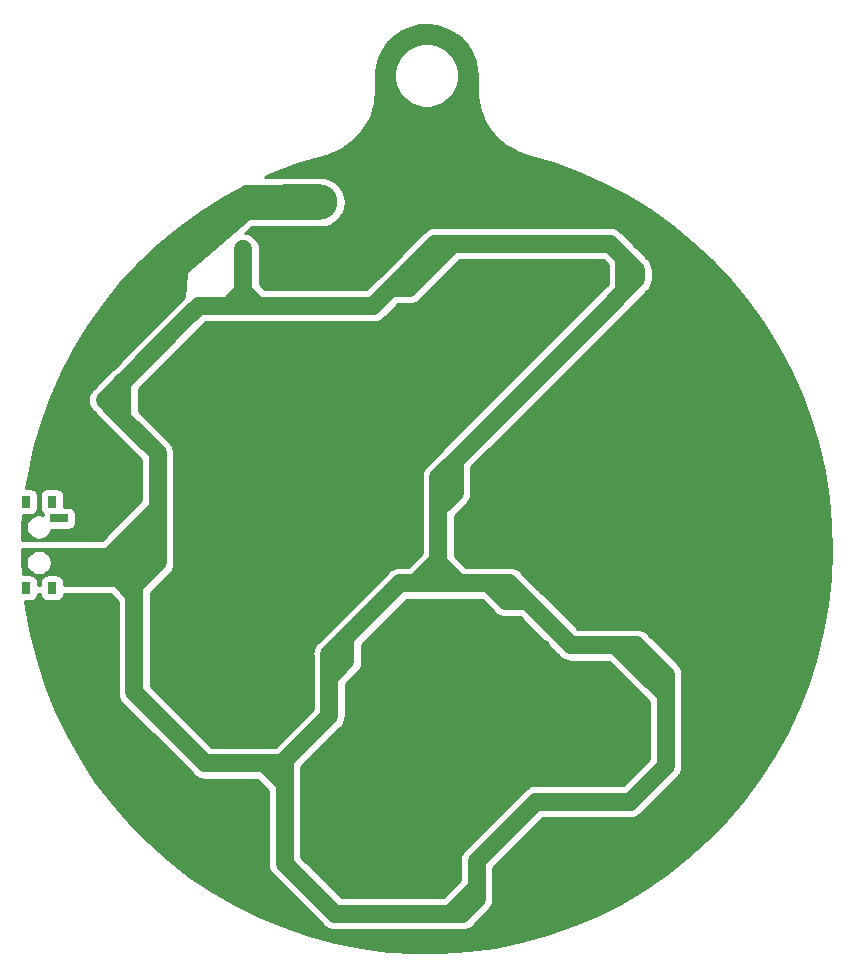
<source format=gbr>
%TF.GenerationSoftware,KiCad,Pcbnew,(5.1.10)-1*%
%TF.CreationDate,2021-10-17T17:11:57+02:00*%
%TF.ProjectId,TVZ_kuglica,54565a5f-6b75-4676-9c69-63612e6b6963,rev?*%
%TF.SameCoordinates,Original*%
%TF.FileFunction,Copper,L2,Bot*%
%TF.FilePolarity,Positive*%
%FSLAX46Y46*%
G04 Gerber Fmt 4.6, Leading zero omitted, Abs format (unit mm)*
G04 Created by KiCad (PCBNEW (5.1.10)-1) date 2021-10-17 17:11:57*
%MOMM*%
%LPD*%
G01*
G04 APERTURE LIST*
%TA.AperFunction,SMDPad,CuDef*%
%ADD10O,6.000000X3.000000*%
%TD*%
%TA.AperFunction,SMDPad,CuDef*%
%ADD11R,1.500000X0.700000*%
%TD*%
%TA.AperFunction,SMDPad,CuDef*%
%ADD12R,0.800000X1.000000*%
%TD*%
%TA.AperFunction,ViaPad*%
%ADD13C,0.800000*%
%TD*%
%TA.AperFunction,Conductor*%
%ADD14C,1.524000*%
%TD*%
%TA.AperFunction,Conductor*%
%ADD15C,0.762000*%
%TD*%
%TA.AperFunction,Conductor*%
%ADD16C,0.254000*%
%TD*%
%TA.AperFunction,Conductor*%
%ADD17C,0.100000*%
%TD*%
G04 APERTURE END LIST*
D10*
%TO.P,BT1,1*%
%TO.N,VCC*%
X126500000Y-70750000D03*
%TO.P,BT1,2*%
%TO.N,GND*%
X145500000Y-70750000D03*
%TD*%
D11*
%TO.P,SW1,1*%
%TO.N,Net-(D1-Pad1)*%
X105930000Y-102000000D03*
%TO.P,SW1,2*%
%TO.N,VCC*%
X105930000Y-99000000D03*
%TO.P,SW1,3*%
%TO.N,Net-(SW1-Pad3)*%
X105930000Y-97500000D03*
D12*
%TO.P,SW1,*%
%TO.N,*%
X103070000Y-103400000D03*
X103070000Y-96100000D03*
X105280000Y-96100000D03*
X105280000Y-103400000D03*
%TD*%
D13*
%TO.N,Net-(D1-Pad1)*%
X144000000Y-103000000D03*
X157250000Y-110750000D03*
X141250000Y-129750000D03*
X109750000Y-87500000D03*
X121500000Y-74750000D03*
X135500000Y-76500000D03*
X154750000Y-76500000D03*
X128750000Y-109000000D03*
X114250000Y-101250000D03*
X115000000Y-115000000D03*
X125000000Y-126750000D03*
X138000000Y-94000000D03*
%TO.N,GND*%
X118500000Y-126000000D03*
X134750000Y-125750000D03*
X135000000Y-133000000D03*
X145250000Y-126250000D03*
X153750000Y-127750000D03*
X149500000Y-78750000D03*
X130750000Y-73250000D03*
X120250000Y-84000000D03*
X126250000Y-93250000D03*
X120250000Y-105250000D03*
X128250000Y-104000000D03*
X108000000Y-107250000D03*
X118000000Y-110250000D03*
X138000000Y-112250000D03*
X146500000Y-115500000D03*
X147000000Y-108250000D03*
X165000000Y-105250000D03*
X161250000Y-117250000D03*
X155250000Y-97750000D03*
X157750000Y-90000000D03*
X142000000Y-94000000D03*
X161250000Y-110750000D03*
X132750000Y-109000000D03*
X148000000Y-103000000D03*
X119000000Y-115000000D03*
X118250000Y-101250000D03*
X145250000Y-129750000D03*
X113750000Y-87500000D03*
X139500000Y-76500000D03*
X158750000Y-76500000D03*
X125500000Y-74750000D03*
X129000000Y-126750000D03*
%TD*%
D14*
%TO.N,Net-(D1-Pad1)*%
X115000000Y-115000000D02*
X112250000Y-112250000D01*
X112250000Y-112250000D02*
X112250000Y-103250000D01*
X112250000Y-103250000D02*
X114250000Y-101250000D01*
X114250000Y-95250000D02*
X114250000Y-92000000D01*
X111250000Y-86000000D02*
X111375000Y-85875000D01*
X111375000Y-85875000D02*
X116750000Y-80500000D01*
X109750000Y-87500000D02*
X111375000Y-85875000D01*
X111250000Y-89000000D02*
X111250000Y-86000000D01*
X114250000Y-92000000D02*
X111250000Y-89000000D01*
X111250000Y-89000000D02*
X109750000Y-87500000D01*
X145500000Y-104500000D02*
X143750000Y-104500000D01*
X143750000Y-104500000D02*
X142250000Y-103000000D01*
X144000000Y-103000000D02*
X142250000Y-103000000D01*
X145500000Y-104500000D02*
X144000000Y-103000000D01*
X128750000Y-114250000D02*
X124750000Y-118250000D01*
X118250000Y-118250000D02*
X115000000Y-115000000D01*
X130125000Y-109625000D02*
X128750000Y-111000000D01*
X128750000Y-111000000D02*
X128750000Y-114250000D01*
X128750000Y-109000000D02*
X128750000Y-111000000D01*
X134750000Y-103000000D02*
X130125000Y-107625000D01*
X130125000Y-107625000D02*
X130125000Y-109625000D01*
X130125000Y-107625000D02*
X128750000Y-109000000D01*
X117750000Y-79500000D02*
X116750000Y-80500000D01*
X119500000Y-79500000D02*
X119000000Y-79500000D01*
X117750000Y-79500000D02*
X119500000Y-79500000D01*
X141250000Y-126500000D02*
X146250000Y-121500000D01*
X146250000Y-121500000D02*
X154250000Y-121500000D01*
X154250000Y-121500000D02*
X157250000Y-118500000D01*
X157250000Y-112500000D02*
X157250000Y-110750000D01*
X157250000Y-118500000D02*
X157250000Y-112500000D01*
X157250000Y-110750000D02*
X154750000Y-108250000D01*
X149250000Y-108250000D02*
X147750000Y-106750000D01*
X147750000Y-106750000D02*
X145500000Y-104500000D01*
X157250000Y-112500000D02*
X153000000Y-108250000D01*
X153000000Y-108250000D02*
X149250000Y-108250000D01*
X154750000Y-108250000D02*
X153000000Y-108250000D01*
X112250000Y-101250000D02*
X114250000Y-99250000D01*
X112250000Y-103250000D02*
X112250000Y-101250000D01*
X114250000Y-99250000D02*
X114250000Y-95250000D01*
X114250000Y-101250000D02*
X114250000Y-99250000D01*
X125000000Y-118500000D02*
X124750000Y-118250000D01*
X123250000Y-118250000D02*
X125000000Y-120000000D01*
X125000000Y-120000000D02*
X125000000Y-118500000D01*
X124750000Y-118250000D02*
X123250000Y-118250000D01*
X125000000Y-126750000D02*
X125000000Y-120000000D01*
X123250000Y-118250000D02*
X118250000Y-118250000D01*
X141250000Y-129750000D02*
X140000000Y-131000000D01*
X129250000Y-131000000D02*
X125000000Y-126750000D01*
X138750000Y-131000000D02*
X139000000Y-131000000D01*
X139000000Y-131000000D02*
X141250000Y-128750000D01*
X141250000Y-128750000D02*
X141250000Y-126500000D01*
X141250000Y-129750000D02*
X141250000Y-128750000D01*
X140000000Y-131000000D02*
X138750000Y-131000000D01*
X138750000Y-131000000D02*
X129250000Y-131000000D01*
X121500000Y-79250000D02*
X121750000Y-79500000D01*
X119500000Y-79500000D02*
X121750000Y-79500000D01*
X119500000Y-79500000D02*
X120250000Y-79500000D01*
X121500000Y-78250000D02*
X121500000Y-79250000D01*
X120250000Y-79500000D02*
X121500000Y-78250000D01*
X121500000Y-74750000D02*
X121500000Y-78250000D01*
X121500000Y-78250000D02*
X122750000Y-79500000D01*
X122750000Y-79500000D02*
X127250000Y-79500000D01*
X121750000Y-79500000D02*
X122750000Y-79500000D01*
X138000000Y-102750000D02*
X137750000Y-103000000D01*
X138000000Y-100500000D02*
X138000000Y-101000000D01*
X136000000Y-103000000D02*
X134750000Y-103000000D01*
X138000000Y-101000000D02*
X136000000Y-103000000D01*
X137750000Y-103000000D02*
X136000000Y-103000000D01*
X139750000Y-103000000D02*
X138000000Y-101250000D01*
X138000000Y-101250000D02*
X138000000Y-102750000D01*
X140500000Y-103000000D02*
X139750000Y-103000000D01*
X138000000Y-100500000D02*
X138000000Y-101250000D01*
X142250000Y-103000000D02*
X140500000Y-103000000D01*
X140500000Y-103000000D02*
X137750000Y-103000000D01*
X139375000Y-92625000D02*
X139375000Y-95375000D01*
X138000000Y-96750000D02*
X138000000Y-100500000D01*
X139375000Y-95375000D02*
X138000000Y-96750000D01*
X138000000Y-94000000D02*
X138000000Y-96750000D01*
X152500000Y-79500000D02*
X139375000Y-92625000D01*
X139375000Y-92625000D02*
X138000000Y-94000000D01*
X127250000Y-79500000D02*
X132500000Y-79500000D01*
X135500000Y-76500000D02*
X137750000Y-74250000D01*
X137750000Y-74250000D02*
X139250000Y-74250000D01*
X132500000Y-79500000D02*
X134000000Y-78000000D01*
X135500000Y-78000000D02*
X139250000Y-74250000D01*
X134000000Y-78000000D02*
X135500000Y-78000000D01*
X134000000Y-78000000D02*
X135500000Y-76500000D01*
X139250000Y-74250000D02*
X152500000Y-74250000D01*
X154750000Y-76500000D02*
X154750000Y-77250000D01*
X153750000Y-78250000D02*
X153500000Y-78500000D01*
X153750000Y-75500000D02*
X153750000Y-78250000D01*
X153500000Y-78500000D02*
X152500000Y-79500000D01*
X154750000Y-77250000D02*
X153500000Y-78500000D01*
X152500000Y-74250000D02*
X153750000Y-75500000D01*
X153750000Y-75500000D02*
X154750000Y-76500000D01*
D15*
%TO.N,VCC*%
X105930000Y-99000000D02*
X108750000Y-99000000D01*
X108750000Y-99000000D02*
X109750000Y-98000000D01*
X109750000Y-98000000D02*
X109750000Y-94000000D01*
X109750000Y-94000000D02*
X107250000Y-91500000D01*
X107250000Y-91500000D02*
X107250000Y-86000000D01*
X107250000Y-86000000D02*
X113500000Y-79750000D01*
X113500000Y-79750000D02*
X113500000Y-77000000D01*
X119750000Y-70750000D02*
X126500000Y-70750000D01*
X113500000Y-77000000D02*
X119750000Y-70750000D01*
%TD*%
D16*
%TO.N,GND*%
X137886138Y-55831059D02*
X138610388Y-56053867D01*
X139283738Y-56401409D01*
X139884901Y-56862699D01*
X140394872Y-57423149D01*
X140797540Y-58065057D01*
X141080170Y-58768122D01*
X141236190Y-59521513D01*
X141265000Y-60021169D01*
X141265001Y-61306272D01*
X141266298Y-61319440D01*
X141278413Y-61656049D01*
X141278863Y-61659632D01*
X141278707Y-61663242D01*
X141287438Y-61747410D01*
X141429908Y-62624862D01*
X141435629Y-62647269D01*
X141438736Y-62670183D01*
X141462234Y-62751474D01*
X141757835Y-63589830D01*
X141767433Y-63610870D01*
X141774549Y-63632871D01*
X141812059Y-63708691D01*
X141812071Y-63708717D01*
X141812077Y-63708725D01*
X142251461Y-64481476D01*
X142264630Y-64500478D01*
X142275533Y-64520879D01*
X142325894Y-64588881D01*
X142895182Y-65271616D01*
X142911512Y-65287990D01*
X142925851Y-65306132D01*
X142987458Y-65364142D01*
X143668651Y-65935276D01*
X143687625Y-65948502D01*
X143704950Y-65963817D01*
X143775855Y-66010000D01*
X144547423Y-66451478D01*
X144568436Y-66461133D01*
X144588200Y-66473139D01*
X144666163Y-66506036D01*
X145503715Y-66803905D01*
X145508021Y-66805017D01*
X145525587Y-66811299D01*
X145542755Y-66816572D01*
X147746053Y-67464098D01*
X149878711Y-68247813D01*
X151954729Y-69171140D01*
X153965017Y-70230036D01*
X155900673Y-71419812D01*
X157753239Y-72735268D01*
X159514561Y-74170616D01*
X161176886Y-75719540D01*
X162732884Y-77375207D01*
X164175738Y-79130360D01*
X165499106Y-80977290D01*
X166697162Y-82907865D01*
X167764630Y-84913581D01*
X168696830Y-86985643D01*
X169489658Y-89114933D01*
X170139624Y-91292080D01*
X170643873Y-93507517D01*
X171000188Y-95751501D01*
X171207004Y-98014175D01*
X171263407Y-100285560D01*
X171169153Y-102555700D01*
X170924654Y-104814605D01*
X170530986Y-107052337D01*
X169989882Y-109259064D01*
X169303718Y-111425077D01*
X168475512Y-113540851D01*
X167508906Y-115597090D01*
X166408155Y-117584736D01*
X165178083Y-119495080D01*
X163824120Y-121319689D01*
X162352204Y-123050560D01*
X160768823Y-124680064D01*
X159080926Y-126201055D01*
X157295931Y-127606843D01*
X155421695Y-128891239D01*
X153466456Y-130048599D01*
X151438820Y-131073832D01*
X149347702Y-131962428D01*
X147202263Y-132710493D01*
X145011999Y-133314718D01*
X142786467Y-133772464D01*
X140535523Y-134081705D01*
X138269022Y-134241089D01*
X135996953Y-134249911D01*
X133729262Y-134108134D01*
X131475992Y-133816385D01*
X129246983Y-133375938D01*
X127052076Y-132788738D01*
X124900917Y-132057366D01*
X122802939Y-131185029D01*
X120767401Y-130175574D01*
X118803237Y-129033435D01*
X116919085Y-127763634D01*
X115123223Y-126371749D01*
X113423564Y-124863914D01*
X111827572Y-123246751D01*
X110342263Y-121527368D01*
X108974171Y-119713331D01*
X107729304Y-117812605D01*
X106613144Y-115833557D01*
X105630601Y-113784897D01*
X104785986Y-111675609D01*
X104083026Y-109515005D01*
X103524797Y-107312547D01*
X103113763Y-105077935D01*
X103051083Y-104538072D01*
X103470000Y-104538072D01*
X103594482Y-104525812D01*
X103714180Y-104489502D01*
X103824494Y-104430537D01*
X103921185Y-104351185D01*
X104000537Y-104254494D01*
X104059502Y-104144180D01*
X104095812Y-104024482D01*
X104108072Y-103900000D01*
X104108072Y-103885000D01*
X104241928Y-103885000D01*
X104241928Y-103900000D01*
X104254188Y-104024482D01*
X104290498Y-104144180D01*
X104349463Y-104254494D01*
X104428815Y-104351185D01*
X104525506Y-104430537D01*
X104635820Y-104489502D01*
X104755518Y-104525812D01*
X104880000Y-104538072D01*
X105680000Y-104538072D01*
X105804482Y-104525812D01*
X105924180Y-104489502D01*
X106034494Y-104430537D01*
X106131185Y-104351185D01*
X106210537Y-104254494D01*
X106269502Y-104144180D01*
X106305812Y-104024482D01*
X106318072Y-103900000D01*
X106318072Y-103885000D01*
X110211858Y-103885000D01*
X110853001Y-104617735D01*
X110853000Y-112181375D01*
X110846241Y-112250000D01*
X110860387Y-112393622D01*
X110873214Y-112523859D01*
X110953096Y-112787194D01*
X111082817Y-113029886D01*
X111257392Y-113242607D01*
X111310704Y-113286359D01*
X114060696Y-116036353D01*
X114060707Y-116036362D01*
X117213645Y-119189302D01*
X117257392Y-119242608D01*
X117470113Y-119417183D01*
X117712805Y-119546904D01*
X117954215Y-119620135D01*
X117976140Y-119626786D01*
X118249999Y-119653759D01*
X118318624Y-119647000D01*
X122671345Y-119647000D01*
X123603001Y-120578657D01*
X123603000Y-126681375D01*
X123596241Y-126750000D01*
X123603000Y-126818624D01*
X123623214Y-127023859D01*
X123703096Y-127287194D01*
X123832817Y-127529886D01*
X124007392Y-127742607D01*
X124060705Y-127786360D01*
X128213641Y-131939297D01*
X128257392Y-131992608D01*
X128432381Y-132136217D01*
X128470113Y-132167183D01*
X128712804Y-132296904D01*
X128976140Y-132376786D01*
X129250000Y-132403759D01*
X129318625Y-132397000D01*
X138931375Y-132397000D01*
X139000000Y-132403759D01*
X139068625Y-132397000D01*
X139931375Y-132397000D01*
X140000000Y-132403759D01*
X140068625Y-132397000D01*
X140273860Y-132376786D01*
X140537195Y-132296904D01*
X140779887Y-132167183D01*
X140992608Y-131992608D01*
X141036364Y-131939292D01*
X142189301Y-130786355D01*
X142242607Y-130742608D01*
X142417183Y-130529887D01*
X142546904Y-130287195D01*
X142626786Y-130023860D01*
X142647000Y-129818625D01*
X142647000Y-129818624D01*
X142653759Y-129750000D01*
X142647000Y-129681375D01*
X142647000Y-128818633D01*
X142653760Y-128750000D01*
X142647000Y-128681368D01*
X142647000Y-127078655D01*
X146828656Y-122897000D01*
X154181375Y-122897000D01*
X154250000Y-122903759D01*
X154318625Y-122897000D01*
X154523860Y-122876786D01*
X154787195Y-122796904D01*
X155029887Y-122667183D01*
X155242608Y-122492608D01*
X155286364Y-122439291D01*
X158189303Y-119536353D01*
X158242607Y-119492608D01*
X158417183Y-119279887D01*
X158437109Y-119242608D01*
X158546904Y-119037196D01*
X158626786Y-118773860D01*
X158653759Y-118500000D01*
X158647000Y-118431375D01*
X158647000Y-112568624D01*
X158653759Y-112500000D01*
X158647000Y-112431375D01*
X158647000Y-110818625D01*
X158653759Y-110750000D01*
X158626786Y-110476140D01*
X158612106Y-110427746D01*
X158546904Y-110212805D01*
X158417183Y-109970113D01*
X158242608Y-109757392D01*
X158189296Y-109713641D01*
X155786364Y-107310709D01*
X155742608Y-107257392D01*
X155529887Y-107082817D01*
X155287195Y-106953096D01*
X155023860Y-106873214D01*
X154818625Y-106853000D01*
X154750000Y-106846241D01*
X154681375Y-106853000D01*
X153068625Y-106853000D01*
X153000000Y-106846241D01*
X152931375Y-106853000D01*
X149828656Y-106853000D01*
X148786357Y-105810702D01*
X148786353Y-105810697D01*
X146536364Y-103560709D01*
X146492608Y-103507392D01*
X146439302Y-103463645D01*
X145036363Y-102060708D01*
X144992608Y-102007392D01*
X144779887Y-101832817D01*
X144537195Y-101703096D01*
X144273860Y-101623214D01*
X144068625Y-101603000D01*
X144000000Y-101596241D01*
X143931375Y-101603000D01*
X142318625Y-101603000D01*
X142250000Y-101596241D01*
X142181375Y-101603000D01*
X140328656Y-101603000D01*
X139397000Y-100671345D01*
X139397000Y-97328655D01*
X140314296Y-96411360D01*
X140367608Y-96367608D01*
X140542183Y-96154887D01*
X140557054Y-96127066D01*
X140671904Y-95912196D01*
X140751786Y-95648860D01*
X140778759Y-95375000D01*
X140772000Y-95306375D01*
X140772000Y-93203655D01*
X153536353Y-80439303D01*
X153536357Y-80439298D01*
X154536353Y-79439303D01*
X154536356Y-79439299D01*
X154689295Y-79286361D01*
X154742608Y-79242608D01*
X154786363Y-79189293D01*
X155689296Y-78286360D01*
X155742608Y-78242608D01*
X155917183Y-78029887D01*
X156046904Y-77787195D01*
X156115611Y-77560698D01*
X156126786Y-77523860D01*
X156153759Y-77250000D01*
X156147000Y-77181375D01*
X156147000Y-76568632D01*
X156153760Y-76500000D01*
X156126786Y-76226140D01*
X156046904Y-75962804D01*
X155917183Y-75720113D01*
X155871276Y-75664175D01*
X155742607Y-75507392D01*
X155689301Y-75463645D01*
X154786359Y-74560704D01*
X154742607Y-74507392D01*
X154689301Y-74463645D01*
X153536364Y-73310708D01*
X153492608Y-73257392D01*
X153279887Y-73082817D01*
X153037195Y-72953096D01*
X152773860Y-72873214D01*
X152568625Y-72853000D01*
X152500000Y-72846241D01*
X152431375Y-72853000D01*
X139318625Y-72853000D01*
X139250000Y-72846241D01*
X139181375Y-72853000D01*
X137818632Y-72853000D01*
X137750000Y-72846240D01*
X137476140Y-72873214D01*
X137212804Y-72953096D01*
X136985492Y-73074597D01*
X136970113Y-73082817D01*
X136757392Y-73257392D01*
X136713641Y-73310704D01*
X134560707Y-75463638D01*
X134560696Y-75463647D01*
X133060708Y-76963637D01*
X133007392Y-77007392D01*
X132963645Y-77060698D01*
X131921344Y-78103000D01*
X123328656Y-78103000D01*
X122897000Y-77671345D01*
X122897000Y-74681375D01*
X122876786Y-74476140D01*
X122796904Y-74212805D01*
X122667183Y-73970113D01*
X122492607Y-73757392D01*
X122279886Y-73582817D01*
X122037194Y-73453096D01*
X121773859Y-73373214D01*
X121676506Y-73363625D01*
X122234902Y-72885000D01*
X128104882Y-72885000D01*
X128418533Y-72854108D01*
X128820982Y-72732026D01*
X129191881Y-72533777D01*
X129516977Y-72266977D01*
X129783777Y-71941881D01*
X129982026Y-71570982D01*
X130104108Y-71168533D01*
X130145330Y-70750000D01*
X130104108Y-70331467D01*
X129982026Y-69929018D01*
X129783777Y-69558119D01*
X129516977Y-69233023D01*
X129191881Y-68966223D01*
X128820982Y-68767974D01*
X128418533Y-68645892D01*
X128104882Y-68615000D01*
X123288837Y-68615000D01*
X123875077Y-68348792D01*
X126001593Y-67548534D01*
X128186747Y-66887862D01*
X128436510Y-66822338D01*
X128452528Y-66817563D01*
X128459226Y-66815987D01*
X128804024Y-66713600D01*
X128807380Y-66712269D01*
X128810916Y-66711517D01*
X128890228Y-66682021D01*
X129704199Y-66324712D01*
X129724464Y-66313571D01*
X129745874Y-66304834D01*
X129818696Y-66261767D01*
X129818710Y-66261759D01*
X129818715Y-66261755D01*
X130556543Y-65765956D01*
X130574511Y-65751406D01*
X130594041Y-65739012D01*
X130658097Y-65683720D01*
X131296470Y-65065093D01*
X131311582Y-65047586D01*
X131328603Y-65031934D01*
X131381840Y-64966192D01*
X131381856Y-64966173D01*
X131381861Y-64966165D01*
X131900590Y-64244277D01*
X131912363Y-64224370D01*
X131926343Y-64205952D01*
X131967109Y-64131800D01*
X132349809Y-63329453D01*
X132357869Y-63307780D01*
X132368369Y-63287173D01*
X132395359Y-63206974D01*
X132629927Y-62349538D01*
X132634022Y-62326778D01*
X132640706Y-62304640D01*
X132653067Y-62220928D01*
X132731782Y-61338949D01*
X132735000Y-61306272D01*
X132735000Y-60032731D01*
X132762021Y-59729963D01*
X134258266Y-59729963D01*
X134258266Y-60270037D01*
X134363629Y-60799734D01*
X134570307Y-61298698D01*
X134870356Y-61747753D01*
X135252247Y-62129644D01*
X135701302Y-62429693D01*
X136200266Y-62636371D01*
X136729963Y-62741734D01*
X137270037Y-62741734D01*
X137799734Y-62636371D01*
X138298698Y-62429693D01*
X138747753Y-62129644D01*
X139129644Y-61747753D01*
X139429693Y-61298698D01*
X139636371Y-60799734D01*
X139741734Y-60270037D01*
X139741734Y-59729963D01*
X139636371Y-59200266D01*
X139429693Y-58701302D01*
X139129644Y-58252247D01*
X138747753Y-57870356D01*
X138298698Y-57570307D01*
X137799734Y-57363629D01*
X137270037Y-57258266D01*
X136729963Y-57258266D01*
X136200266Y-57363629D01*
X135701302Y-57570307D01*
X135252247Y-57870356D01*
X134870356Y-58252247D01*
X134570307Y-58701302D01*
X134363629Y-59200266D01*
X134258266Y-59729963D01*
X132762021Y-59729963D01*
X132805281Y-59245253D01*
X133005231Y-58514357D01*
X133331450Y-57830425D01*
X133773626Y-57215072D01*
X134317789Y-56687741D01*
X134946726Y-56265114D01*
X135640570Y-55960537D01*
X136377386Y-55783643D01*
X137133871Y-55740024D01*
X137886138Y-55831059D01*
%TA.AperFunction,Conductor*%
D17*
G36*
X137886138Y-55831059D02*
G01*
X138610388Y-56053867D01*
X139283738Y-56401409D01*
X139884901Y-56862699D01*
X140394872Y-57423149D01*
X140797540Y-58065057D01*
X141080170Y-58768122D01*
X141236190Y-59521513D01*
X141265000Y-60021169D01*
X141265001Y-61306272D01*
X141266298Y-61319440D01*
X141278413Y-61656049D01*
X141278863Y-61659632D01*
X141278707Y-61663242D01*
X141287438Y-61747410D01*
X141429908Y-62624862D01*
X141435629Y-62647269D01*
X141438736Y-62670183D01*
X141462234Y-62751474D01*
X141757835Y-63589830D01*
X141767433Y-63610870D01*
X141774549Y-63632871D01*
X141812059Y-63708691D01*
X141812071Y-63708717D01*
X141812077Y-63708725D01*
X142251461Y-64481476D01*
X142264630Y-64500478D01*
X142275533Y-64520879D01*
X142325894Y-64588881D01*
X142895182Y-65271616D01*
X142911512Y-65287990D01*
X142925851Y-65306132D01*
X142987458Y-65364142D01*
X143668651Y-65935276D01*
X143687625Y-65948502D01*
X143704950Y-65963817D01*
X143775855Y-66010000D01*
X144547423Y-66451478D01*
X144568436Y-66461133D01*
X144588200Y-66473139D01*
X144666163Y-66506036D01*
X145503715Y-66803905D01*
X145508021Y-66805017D01*
X145525587Y-66811299D01*
X145542755Y-66816572D01*
X147746053Y-67464098D01*
X149878711Y-68247813D01*
X151954729Y-69171140D01*
X153965017Y-70230036D01*
X155900673Y-71419812D01*
X157753239Y-72735268D01*
X159514561Y-74170616D01*
X161176886Y-75719540D01*
X162732884Y-77375207D01*
X164175738Y-79130360D01*
X165499106Y-80977290D01*
X166697162Y-82907865D01*
X167764630Y-84913581D01*
X168696830Y-86985643D01*
X169489658Y-89114933D01*
X170139624Y-91292080D01*
X170643873Y-93507517D01*
X171000188Y-95751501D01*
X171207004Y-98014175D01*
X171263407Y-100285560D01*
X171169153Y-102555700D01*
X170924654Y-104814605D01*
X170530986Y-107052337D01*
X169989882Y-109259064D01*
X169303718Y-111425077D01*
X168475512Y-113540851D01*
X167508906Y-115597090D01*
X166408155Y-117584736D01*
X165178083Y-119495080D01*
X163824120Y-121319689D01*
X162352204Y-123050560D01*
X160768823Y-124680064D01*
X159080926Y-126201055D01*
X157295931Y-127606843D01*
X155421695Y-128891239D01*
X153466456Y-130048599D01*
X151438820Y-131073832D01*
X149347702Y-131962428D01*
X147202263Y-132710493D01*
X145011999Y-133314718D01*
X142786467Y-133772464D01*
X140535523Y-134081705D01*
X138269022Y-134241089D01*
X135996953Y-134249911D01*
X133729262Y-134108134D01*
X131475992Y-133816385D01*
X129246983Y-133375938D01*
X127052076Y-132788738D01*
X124900917Y-132057366D01*
X122802939Y-131185029D01*
X120767401Y-130175574D01*
X118803237Y-129033435D01*
X116919085Y-127763634D01*
X115123223Y-126371749D01*
X113423564Y-124863914D01*
X111827572Y-123246751D01*
X110342263Y-121527368D01*
X108974171Y-119713331D01*
X107729304Y-117812605D01*
X106613144Y-115833557D01*
X105630601Y-113784897D01*
X104785986Y-111675609D01*
X104083026Y-109515005D01*
X103524797Y-107312547D01*
X103113763Y-105077935D01*
X103051083Y-104538072D01*
X103470000Y-104538072D01*
X103594482Y-104525812D01*
X103714180Y-104489502D01*
X103824494Y-104430537D01*
X103921185Y-104351185D01*
X104000537Y-104254494D01*
X104059502Y-104144180D01*
X104095812Y-104024482D01*
X104108072Y-103900000D01*
X104108072Y-103885000D01*
X104241928Y-103885000D01*
X104241928Y-103900000D01*
X104254188Y-104024482D01*
X104290498Y-104144180D01*
X104349463Y-104254494D01*
X104428815Y-104351185D01*
X104525506Y-104430537D01*
X104635820Y-104489502D01*
X104755518Y-104525812D01*
X104880000Y-104538072D01*
X105680000Y-104538072D01*
X105804482Y-104525812D01*
X105924180Y-104489502D01*
X106034494Y-104430537D01*
X106131185Y-104351185D01*
X106210537Y-104254494D01*
X106269502Y-104144180D01*
X106305812Y-104024482D01*
X106318072Y-103900000D01*
X106318072Y-103885000D01*
X110211858Y-103885000D01*
X110853001Y-104617735D01*
X110853000Y-112181375D01*
X110846241Y-112250000D01*
X110860387Y-112393622D01*
X110873214Y-112523859D01*
X110953096Y-112787194D01*
X111082817Y-113029886D01*
X111257392Y-113242607D01*
X111310704Y-113286359D01*
X114060696Y-116036353D01*
X114060707Y-116036362D01*
X117213645Y-119189302D01*
X117257392Y-119242608D01*
X117470113Y-119417183D01*
X117712805Y-119546904D01*
X117954215Y-119620135D01*
X117976140Y-119626786D01*
X118249999Y-119653759D01*
X118318624Y-119647000D01*
X122671345Y-119647000D01*
X123603001Y-120578657D01*
X123603000Y-126681375D01*
X123596241Y-126750000D01*
X123603000Y-126818624D01*
X123623214Y-127023859D01*
X123703096Y-127287194D01*
X123832817Y-127529886D01*
X124007392Y-127742607D01*
X124060705Y-127786360D01*
X128213641Y-131939297D01*
X128257392Y-131992608D01*
X128432381Y-132136217D01*
X128470113Y-132167183D01*
X128712804Y-132296904D01*
X128976140Y-132376786D01*
X129250000Y-132403759D01*
X129318625Y-132397000D01*
X138931375Y-132397000D01*
X139000000Y-132403759D01*
X139068625Y-132397000D01*
X139931375Y-132397000D01*
X140000000Y-132403759D01*
X140068625Y-132397000D01*
X140273860Y-132376786D01*
X140537195Y-132296904D01*
X140779887Y-132167183D01*
X140992608Y-131992608D01*
X141036364Y-131939292D01*
X142189301Y-130786355D01*
X142242607Y-130742608D01*
X142417183Y-130529887D01*
X142546904Y-130287195D01*
X142626786Y-130023860D01*
X142647000Y-129818625D01*
X142647000Y-129818624D01*
X142653759Y-129750000D01*
X142647000Y-129681375D01*
X142647000Y-128818633D01*
X142653760Y-128750000D01*
X142647000Y-128681368D01*
X142647000Y-127078655D01*
X146828656Y-122897000D01*
X154181375Y-122897000D01*
X154250000Y-122903759D01*
X154318625Y-122897000D01*
X154523860Y-122876786D01*
X154787195Y-122796904D01*
X155029887Y-122667183D01*
X155242608Y-122492608D01*
X155286364Y-122439291D01*
X158189303Y-119536353D01*
X158242607Y-119492608D01*
X158417183Y-119279887D01*
X158437109Y-119242608D01*
X158546904Y-119037196D01*
X158626786Y-118773860D01*
X158653759Y-118500000D01*
X158647000Y-118431375D01*
X158647000Y-112568624D01*
X158653759Y-112500000D01*
X158647000Y-112431375D01*
X158647000Y-110818625D01*
X158653759Y-110750000D01*
X158626786Y-110476140D01*
X158612106Y-110427746D01*
X158546904Y-110212805D01*
X158417183Y-109970113D01*
X158242608Y-109757392D01*
X158189296Y-109713641D01*
X155786364Y-107310709D01*
X155742608Y-107257392D01*
X155529887Y-107082817D01*
X155287195Y-106953096D01*
X155023860Y-106873214D01*
X154818625Y-106853000D01*
X154750000Y-106846241D01*
X154681375Y-106853000D01*
X153068625Y-106853000D01*
X153000000Y-106846241D01*
X152931375Y-106853000D01*
X149828656Y-106853000D01*
X148786357Y-105810702D01*
X148786353Y-105810697D01*
X146536364Y-103560709D01*
X146492608Y-103507392D01*
X146439302Y-103463645D01*
X145036363Y-102060708D01*
X144992608Y-102007392D01*
X144779887Y-101832817D01*
X144537195Y-101703096D01*
X144273860Y-101623214D01*
X144068625Y-101603000D01*
X144000000Y-101596241D01*
X143931375Y-101603000D01*
X142318625Y-101603000D01*
X142250000Y-101596241D01*
X142181375Y-101603000D01*
X140328656Y-101603000D01*
X139397000Y-100671345D01*
X139397000Y-97328655D01*
X140314296Y-96411360D01*
X140367608Y-96367608D01*
X140542183Y-96154887D01*
X140557054Y-96127066D01*
X140671904Y-95912196D01*
X140751786Y-95648860D01*
X140778759Y-95375000D01*
X140772000Y-95306375D01*
X140772000Y-93203655D01*
X153536353Y-80439303D01*
X153536357Y-80439298D01*
X154536353Y-79439303D01*
X154536356Y-79439299D01*
X154689295Y-79286361D01*
X154742608Y-79242608D01*
X154786363Y-79189293D01*
X155689296Y-78286360D01*
X155742608Y-78242608D01*
X155917183Y-78029887D01*
X156046904Y-77787195D01*
X156115611Y-77560698D01*
X156126786Y-77523860D01*
X156153759Y-77250000D01*
X156147000Y-77181375D01*
X156147000Y-76568632D01*
X156153760Y-76500000D01*
X156126786Y-76226140D01*
X156046904Y-75962804D01*
X155917183Y-75720113D01*
X155871276Y-75664175D01*
X155742607Y-75507392D01*
X155689301Y-75463645D01*
X154786359Y-74560704D01*
X154742607Y-74507392D01*
X154689301Y-74463645D01*
X153536364Y-73310708D01*
X153492608Y-73257392D01*
X153279887Y-73082817D01*
X153037195Y-72953096D01*
X152773860Y-72873214D01*
X152568625Y-72853000D01*
X152500000Y-72846241D01*
X152431375Y-72853000D01*
X139318625Y-72853000D01*
X139250000Y-72846241D01*
X139181375Y-72853000D01*
X137818632Y-72853000D01*
X137750000Y-72846240D01*
X137476140Y-72873214D01*
X137212804Y-72953096D01*
X136985492Y-73074597D01*
X136970113Y-73082817D01*
X136757392Y-73257392D01*
X136713641Y-73310704D01*
X134560707Y-75463638D01*
X134560696Y-75463647D01*
X133060708Y-76963637D01*
X133007392Y-77007392D01*
X132963645Y-77060698D01*
X131921344Y-78103000D01*
X123328656Y-78103000D01*
X122897000Y-77671345D01*
X122897000Y-74681375D01*
X122876786Y-74476140D01*
X122796904Y-74212805D01*
X122667183Y-73970113D01*
X122492607Y-73757392D01*
X122279886Y-73582817D01*
X122037194Y-73453096D01*
X121773859Y-73373214D01*
X121676506Y-73363625D01*
X122234902Y-72885000D01*
X128104882Y-72885000D01*
X128418533Y-72854108D01*
X128820982Y-72732026D01*
X129191881Y-72533777D01*
X129516977Y-72266977D01*
X129783777Y-71941881D01*
X129982026Y-71570982D01*
X130104108Y-71168533D01*
X130145330Y-70750000D01*
X130104108Y-70331467D01*
X129982026Y-69929018D01*
X129783777Y-69558119D01*
X129516977Y-69233023D01*
X129191881Y-68966223D01*
X128820982Y-68767974D01*
X128418533Y-68645892D01*
X128104882Y-68615000D01*
X123288837Y-68615000D01*
X123875077Y-68348792D01*
X126001593Y-67548534D01*
X128186747Y-66887862D01*
X128436510Y-66822338D01*
X128452528Y-66817563D01*
X128459226Y-66815987D01*
X128804024Y-66713600D01*
X128807380Y-66712269D01*
X128810916Y-66711517D01*
X128890228Y-66682021D01*
X129704199Y-66324712D01*
X129724464Y-66313571D01*
X129745874Y-66304834D01*
X129818696Y-66261767D01*
X129818710Y-66261759D01*
X129818715Y-66261755D01*
X130556543Y-65765956D01*
X130574511Y-65751406D01*
X130594041Y-65739012D01*
X130658097Y-65683720D01*
X131296470Y-65065093D01*
X131311582Y-65047586D01*
X131328603Y-65031934D01*
X131381840Y-64966192D01*
X131381856Y-64966173D01*
X131381861Y-64966165D01*
X131900590Y-64244277D01*
X131912363Y-64224370D01*
X131926343Y-64205952D01*
X131967109Y-64131800D01*
X132349809Y-63329453D01*
X132357869Y-63307780D01*
X132368369Y-63287173D01*
X132395359Y-63206974D01*
X132629927Y-62349538D01*
X132634022Y-62326778D01*
X132640706Y-62304640D01*
X132653067Y-62220928D01*
X132731782Y-61338949D01*
X132735000Y-61306272D01*
X132735000Y-60032731D01*
X132762021Y-59729963D01*
X134258266Y-59729963D01*
X134258266Y-60270037D01*
X134363629Y-60799734D01*
X134570307Y-61298698D01*
X134870356Y-61747753D01*
X135252247Y-62129644D01*
X135701302Y-62429693D01*
X136200266Y-62636371D01*
X136729963Y-62741734D01*
X137270037Y-62741734D01*
X137799734Y-62636371D01*
X138298698Y-62429693D01*
X138747753Y-62129644D01*
X139129644Y-61747753D01*
X139429693Y-61298698D01*
X139636371Y-60799734D01*
X139741734Y-60270037D01*
X139741734Y-59729963D01*
X139636371Y-59200266D01*
X139429693Y-58701302D01*
X139129644Y-58252247D01*
X138747753Y-57870356D01*
X138298698Y-57570307D01*
X137799734Y-57363629D01*
X137270037Y-57258266D01*
X136729963Y-57258266D01*
X136200266Y-57363629D01*
X135701302Y-57570307D01*
X135252247Y-57870356D01*
X134870356Y-58252247D01*
X134570307Y-58701302D01*
X134363629Y-59200266D01*
X134258266Y-59729963D01*
X132762021Y-59729963D01*
X132805281Y-59245253D01*
X133005231Y-58514357D01*
X133331450Y-57830425D01*
X133773626Y-57215072D01*
X134317789Y-56687741D01*
X134946726Y-56265114D01*
X135640570Y-55960537D01*
X136377386Y-55783643D01*
X137133871Y-55740024D01*
X137886138Y-55831059D01*
G37*
%TD.AperFunction*%
D16*
X136000000Y-104403759D02*
X136068625Y-104397000D01*
X137681375Y-104397000D01*
X137750000Y-104403759D01*
X137818625Y-104397000D01*
X139681375Y-104397000D01*
X139750000Y-104403759D01*
X139818625Y-104397000D01*
X141671344Y-104397000D01*
X142713645Y-105439302D01*
X142757392Y-105492608D01*
X142970113Y-105667183D01*
X143212805Y-105796904D01*
X143431930Y-105863375D01*
X143476140Y-105876786D01*
X143749999Y-105903759D01*
X143818624Y-105897000D01*
X144921345Y-105897000D01*
X146810697Y-107786353D01*
X146810702Y-107786357D01*
X148213645Y-109189302D01*
X148257392Y-109242608D01*
X148470113Y-109417183D01*
X148712805Y-109546904D01*
X148956766Y-109620909D01*
X148976140Y-109626786D01*
X149249999Y-109653759D01*
X149318624Y-109647000D01*
X152421345Y-109647000D01*
X155853001Y-113078657D01*
X155853000Y-117921344D01*
X153671345Y-120103000D01*
X146318625Y-120103000D01*
X146250000Y-120096241D01*
X146181375Y-120103000D01*
X145976140Y-120123214D01*
X145712805Y-120203096D01*
X145470113Y-120332817D01*
X145257392Y-120507392D01*
X145213641Y-120560703D01*
X140310704Y-125463641D01*
X140257393Y-125507392D01*
X140082818Y-125720113D01*
X139972169Y-125927123D01*
X139953097Y-125962805D01*
X139873214Y-126226141D01*
X139846241Y-126500000D01*
X139853001Y-126568634D01*
X139853000Y-128171344D01*
X138421345Y-129603000D01*
X129828656Y-129603000D01*
X126397000Y-126171345D01*
X126397000Y-120068624D01*
X126403759Y-120000000D01*
X126397000Y-119931375D01*
X126397000Y-118578655D01*
X129689302Y-115286355D01*
X129742608Y-115242608D01*
X129917183Y-115029887D01*
X130046904Y-114787195D01*
X130126786Y-114523860D01*
X130144041Y-114348667D01*
X130153759Y-114250001D01*
X130147000Y-114181376D01*
X130147000Y-111578655D01*
X131064296Y-110661360D01*
X131117608Y-110617608D01*
X131292183Y-110404887D01*
X131348164Y-110300153D01*
X131421904Y-110162196D01*
X131501786Y-109898860D01*
X131528759Y-109625000D01*
X131522000Y-109556375D01*
X131522000Y-108203655D01*
X135328656Y-104397000D01*
X135931375Y-104397000D01*
X136000000Y-104403759D01*
%TA.AperFunction,Conductor*%
D17*
G36*
X136000000Y-104403759D02*
G01*
X136068625Y-104397000D01*
X137681375Y-104397000D01*
X137750000Y-104403759D01*
X137818625Y-104397000D01*
X139681375Y-104397000D01*
X139750000Y-104403759D01*
X139818625Y-104397000D01*
X141671344Y-104397000D01*
X142713645Y-105439302D01*
X142757392Y-105492608D01*
X142970113Y-105667183D01*
X143212805Y-105796904D01*
X143431930Y-105863375D01*
X143476140Y-105876786D01*
X143749999Y-105903759D01*
X143818624Y-105897000D01*
X144921345Y-105897000D01*
X146810697Y-107786353D01*
X146810702Y-107786357D01*
X148213645Y-109189302D01*
X148257392Y-109242608D01*
X148470113Y-109417183D01*
X148712805Y-109546904D01*
X148956766Y-109620909D01*
X148976140Y-109626786D01*
X149249999Y-109653759D01*
X149318624Y-109647000D01*
X152421345Y-109647000D01*
X155853001Y-113078657D01*
X155853000Y-117921344D01*
X153671345Y-120103000D01*
X146318625Y-120103000D01*
X146250000Y-120096241D01*
X146181375Y-120103000D01*
X145976140Y-120123214D01*
X145712805Y-120203096D01*
X145470113Y-120332817D01*
X145257392Y-120507392D01*
X145213641Y-120560703D01*
X140310704Y-125463641D01*
X140257393Y-125507392D01*
X140082818Y-125720113D01*
X139972169Y-125927123D01*
X139953097Y-125962805D01*
X139873214Y-126226141D01*
X139846241Y-126500000D01*
X139853001Y-126568634D01*
X139853000Y-128171344D01*
X138421345Y-129603000D01*
X129828656Y-129603000D01*
X126397000Y-126171345D01*
X126397000Y-120068624D01*
X126403759Y-120000000D01*
X126397000Y-119931375D01*
X126397000Y-118578655D01*
X129689302Y-115286355D01*
X129742608Y-115242608D01*
X129917183Y-115029887D01*
X130046904Y-114787195D01*
X130126786Y-114523860D01*
X130144041Y-114348667D01*
X130153759Y-114250001D01*
X130147000Y-114181376D01*
X130147000Y-111578655D01*
X131064296Y-110661360D01*
X131117608Y-110617608D01*
X131292183Y-110404887D01*
X131348164Y-110300153D01*
X131421904Y-110162196D01*
X131501786Y-109898860D01*
X131528759Y-109625000D01*
X131522000Y-109556375D01*
X131522000Y-108203655D01*
X135328656Y-104397000D01*
X135931375Y-104397000D01*
X136000000Y-104403759D01*
G37*
%TD.AperFunction*%
D16*
X152353000Y-76078656D02*
X152353001Y-77671343D01*
X151560702Y-78463643D01*
X151560697Y-78463647D01*
X138435705Y-91588640D01*
X138382392Y-91632393D01*
X138338646Y-91685698D01*
X137060704Y-92963641D01*
X137007392Y-93007393D01*
X136832817Y-93220114D01*
X136703096Y-93462806D01*
X136645484Y-93652728D01*
X136623214Y-93726141D01*
X136596241Y-94000000D01*
X136603000Y-94068625D01*
X136603001Y-96681366D01*
X136596241Y-96750000D01*
X136603000Y-96818625D01*
X136603001Y-100421342D01*
X135421345Y-101603000D01*
X134818625Y-101603000D01*
X134750000Y-101596241D01*
X134476140Y-101623214D01*
X134212804Y-101703096D01*
X134055468Y-101787194D01*
X133970113Y-101832817D01*
X133757392Y-102007392D01*
X133713641Y-102060703D01*
X129185705Y-106588640D01*
X129132392Y-106632393D01*
X129088646Y-106685698D01*
X127810704Y-107963641D01*
X127757392Y-108007393D01*
X127582817Y-108220114D01*
X127453096Y-108462806D01*
X127406138Y-108617607D01*
X127373214Y-108726141D01*
X127346241Y-109000000D01*
X127353000Y-109068625D01*
X127353001Y-110931366D01*
X127346241Y-111000000D01*
X127353000Y-111068625D01*
X127353001Y-113671342D01*
X124171345Y-116853000D01*
X123318625Y-116853000D01*
X123250000Y-116846241D01*
X123181375Y-116853000D01*
X118828657Y-116853000D01*
X116036362Y-114060707D01*
X116036353Y-114060696D01*
X113647000Y-111671345D01*
X113647000Y-103828655D01*
X115189306Y-102286351D01*
X115242607Y-102242608D01*
X115286355Y-102189302D01*
X115381954Y-102072813D01*
X115417183Y-102029887D01*
X115546904Y-101787195D01*
X115626786Y-101523860D01*
X115647000Y-101318625D01*
X115647000Y-101318624D01*
X115653759Y-101250001D01*
X115647000Y-101181375D01*
X115647000Y-99318624D01*
X115653759Y-99250001D01*
X115647000Y-99181375D01*
X115647000Y-92068625D01*
X115653759Y-92000000D01*
X115637171Y-91831575D01*
X115626786Y-91726140D01*
X115573325Y-91549902D01*
X115546904Y-91462804D01*
X115417183Y-91220113D01*
X115409539Y-91210799D01*
X115242608Y-91007392D01*
X115189297Y-90963641D01*
X112647000Y-88421345D01*
X112647000Y-86578655D01*
X117786353Y-81439303D01*
X117786357Y-81439298D01*
X118328656Y-80897000D01*
X120181375Y-80897000D01*
X120250000Y-80903759D01*
X120318625Y-80897000D01*
X121681375Y-80897000D01*
X121749999Y-80903759D01*
X121818624Y-80897000D01*
X122681375Y-80897000D01*
X122750000Y-80903759D01*
X122818625Y-80897000D01*
X132431375Y-80897000D01*
X132500000Y-80903759D01*
X132568625Y-80897000D01*
X132773860Y-80876786D01*
X133037195Y-80796904D01*
X133279887Y-80667183D01*
X133492608Y-80492608D01*
X133536363Y-80439292D01*
X134578656Y-79397000D01*
X135431375Y-79397000D01*
X135500000Y-79403759D01*
X135568625Y-79397000D01*
X135773860Y-79376786D01*
X136037195Y-79296904D01*
X136279887Y-79167183D01*
X136492608Y-78992608D01*
X136536364Y-78939291D01*
X139828656Y-75647000D01*
X151921345Y-75647000D01*
X152353000Y-76078656D01*
%TA.AperFunction,Conductor*%
D17*
G36*
X152353000Y-76078656D02*
G01*
X152353001Y-77671343D01*
X151560702Y-78463643D01*
X151560697Y-78463647D01*
X138435705Y-91588640D01*
X138382392Y-91632393D01*
X138338646Y-91685698D01*
X137060704Y-92963641D01*
X137007392Y-93007393D01*
X136832817Y-93220114D01*
X136703096Y-93462806D01*
X136645484Y-93652728D01*
X136623214Y-93726141D01*
X136596241Y-94000000D01*
X136603000Y-94068625D01*
X136603001Y-96681366D01*
X136596241Y-96750000D01*
X136603000Y-96818625D01*
X136603001Y-100421342D01*
X135421345Y-101603000D01*
X134818625Y-101603000D01*
X134750000Y-101596241D01*
X134476140Y-101623214D01*
X134212804Y-101703096D01*
X134055468Y-101787194D01*
X133970113Y-101832817D01*
X133757392Y-102007392D01*
X133713641Y-102060703D01*
X129185705Y-106588640D01*
X129132392Y-106632393D01*
X129088646Y-106685698D01*
X127810704Y-107963641D01*
X127757392Y-108007393D01*
X127582817Y-108220114D01*
X127453096Y-108462806D01*
X127406138Y-108617607D01*
X127373214Y-108726141D01*
X127346241Y-109000000D01*
X127353000Y-109068625D01*
X127353001Y-110931366D01*
X127346241Y-111000000D01*
X127353000Y-111068625D01*
X127353001Y-113671342D01*
X124171345Y-116853000D01*
X123318625Y-116853000D01*
X123250000Y-116846241D01*
X123181375Y-116853000D01*
X118828657Y-116853000D01*
X116036362Y-114060707D01*
X116036353Y-114060696D01*
X113647000Y-111671345D01*
X113647000Y-103828655D01*
X115189306Y-102286351D01*
X115242607Y-102242608D01*
X115286355Y-102189302D01*
X115381954Y-102072813D01*
X115417183Y-102029887D01*
X115546904Y-101787195D01*
X115626786Y-101523860D01*
X115647000Y-101318625D01*
X115647000Y-101318624D01*
X115653759Y-101250001D01*
X115647000Y-101181375D01*
X115647000Y-99318624D01*
X115653759Y-99250001D01*
X115647000Y-99181375D01*
X115647000Y-92068625D01*
X115653759Y-92000000D01*
X115637171Y-91831575D01*
X115626786Y-91726140D01*
X115573325Y-91549902D01*
X115546904Y-91462804D01*
X115417183Y-91220113D01*
X115409539Y-91210799D01*
X115242608Y-91007392D01*
X115189297Y-90963641D01*
X112647000Y-88421345D01*
X112647000Y-86578655D01*
X117786353Y-81439303D01*
X117786357Y-81439298D01*
X118328656Y-80897000D01*
X120181375Y-80897000D01*
X120250000Y-80903759D01*
X120318625Y-80897000D01*
X121681375Y-80897000D01*
X121749999Y-80903759D01*
X121818624Y-80897000D01*
X122681375Y-80897000D01*
X122750000Y-80903759D01*
X122818625Y-80897000D01*
X132431375Y-80897000D01*
X132500000Y-80903759D01*
X132568625Y-80897000D01*
X132773860Y-80876786D01*
X133037195Y-80796904D01*
X133279887Y-80667183D01*
X133492608Y-80492608D01*
X133536363Y-80439292D01*
X134578656Y-79397000D01*
X135431375Y-79397000D01*
X135500000Y-79403759D01*
X135568625Y-79397000D01*
X135773860Y-79376786D01*
X136037195Y-79296904D01*
X136279887Y-79167183D01*
X136492608Y-78992608D01*
X136536364Y-78939291D01*
X139828656Y-75647000D01*
X151921345Y-75647000D01*
X152353000Y-76078656D01*
G37*
%TD.AperFunction*%
%TD*%
D16*
%TO.N,VCC*%
X124873000Y-72123000D02*
X122000000Y-72123000D01*
X121975224Y-72125440D01*
X121951399Y-72132667D01*
X121929443Y-72144403D01*
X121917349Y-72153574D01*
X116667349Y-76653574D01*
X116650126Y-76671552D01*
X116636740Y-76692543D01*
X116627707Y-76715743D01*
X116623247Y-76742078D01*
X116495979Y-78778365D01*
X115810702Y-79463643D01*
X115810697Y-79463647D01*
X110435702Y-84838643D01*
X110435697Y-84838647D01*
X110310699Y-84963645D01*
X110257393Y-85007392D01*
X110213646Y-85060698D01*
X108810698Y-86463647D01*
X108757393Y-86507393D01*
X108679676Y-86602092D01*
X108582818Y-86720114D01*
X108453097Y-86962805D01*
X108373214Y-87226141D01*
X108346241Y-87500000D01*
X108373214Y-87773859D01*
X108453097Y-88037195D01*
X108582818Y-88279886D01*
X108757393Y-88492607D01*
X108810698Y-88536353D01*
X110213649Y-89939306D01*
X110257392Y-89992607D01*
X110310694Y-90036351D01*
X110310696Y-90036353D01*
X110310707Y-90036362D01*
X112853001Y-92578657D01*
X112853000Y-95318624D01*
X112853001Y-95318634D01*
X112853001Y-95998973D01*
X109486974Y-99365000D01*
X102760092Y-99365000D01*
X102778607Y-98279882D01*
X102790035Y-98143137D01*
X103085000Y-98143137D01*
X103085000Y-98356863D01*
X103126696Y-98566483D01*
X103208485Y-98763940D01*
X103327225Y-98941647D01*
X103478353Y-99092775D01*
X103656060Y-99211515D01*
X103853517Y-99293304D01*
X104063137Y-99335000D01*
X104276863Y-99335000D01*
X104486483Y-99293304D01*
X104683940Y-99211515D01*
X104861647Y-99092775D01*
X105012775Y-98941647D01*
X105131515Y-98763940D01*
X105213304Y-98566483D01*
X105228901Y-98488072D01*
X106680000Y-98488072D01*
X106804482Y-98475812D01*
X106924180Y-98439502D01*
X107034494Y-98380537D01*
X107131185Y-98301185D01*
X107210537Y-98204494D01*
X107269502Y-98094180D01*
X107305812Y-97974482D01*
X107318072Y-97850000D01*
X107318072Y-97150000D01*
X107305812Y-97025518D01*
X107269502Y-96905820D01*
X107210537Y-96795506D01*
X107131185Y-96698815D01*
X107034494Y-96619463D01*
X106924180Y-96560498D01*
X106804482Y-96524188D01*
X106680000Y-96511928D01*
X106318072Y-96511928D01*
X106318072Y-95600000D01*
X106305812Y-95475518D01*
X106269502Y-95355820D01*
X106210537Y-95245506D01*
X106131185Y-95148815D01*
X106034494Y-95069463D01*
X105924180Y-95010498D01*
X105804482Y-94974188D01*
X105680000Y-94961928D01*
X104880000Y-94961928D01*
X104755518Y-94974188D01*
X104635820Y-95010498D01*
X104525506Y-95069463D01*
X104428815Y-95148815D01*
X104349463Y-95245506D01*
X104290498Y-95355820D01*
X104254188Y-95475518D01*
X104241928Y-95600000D01*
X104241928Y-96600000D01*
X104254188Y-96724482D01*
X104290498Y-96844180D01*
X104349463Y-96954494D01*
X104428815Y-97051185D01*
X104525506Y-97130537D01*
X104542928Y-97139849D01*
X104541928Y-97150000D01*
X104541928Y-97229662D01*
X104486483Y-97206696D01*
X104276863Y-97165000D01*
X104063137Y-97165000D01*
X103853517Y-97206696D01*
X103656060Y-97288485D01*
X103478353Y-97407225D01*
X103327225Y-97558353D01*
X103208485Y-97736060D01*
X103126696Y-97933517D01*
X103085000Y-98143137D01*
X102790035Y-98143137D01*
X102865678Y-97238072D01*
X103470000Y-97238072D01*
X103594482Y-97225812D01*
X103714180Y-97189502D01*
X103824494Y-97130537D01*
X103921185Y-97051185D01*
X104000537Y-96954494D01*
X104059502Y-96844180D01*
X104095812Y-96724482D01*
X104108072Y-96600000D01*
X104108072Y-95600000D01*
X104095812Y-95475518D01*
X104059502Y-95355820D01*
X104000537Y-95245506D01*
X103921185Y-95148815D01*
X103824494Y-95069463D01*
X103714180Y-95010498D01*
X103594482Y-94974188D01*
X103470000Y-94961928D01*
X103126785Y-94961928D01*
X103306719Y-93768999D01*
X103793749Y-91549706D01*
X104426782Y-89367594D01*
X105203052Y-87232203D01*
X106119133Y-85152960D01*
X107170992Y-83139015D01*
X108354015Y-81199200D01*
X109663000Y-79342048D01*
X111092189Y-77575730D01*
X112635284Y-75908027D01*
X114285522Y-74346247D01*
X116035631Y-72897273D01*
X117877934Y-71567463D01*
X119804304Y-70362683D01*
X121640863Y-69377000D01*
X124873000Y-69377000D01*
X124873000Y-72123000D01*
%TA.AperFunction,Conductor*%
D17*
G36*
X124873000Y-72123000D02*
G01*
X122000000Y-72123000D01*
X121975224Y-72125440D01*
X121951399Y-72132667D01*
X121929443Y-72144403D01*
X121917349Y-72153574D01*
X116667349Y-76653574D01*
X116650126Y-76671552D01*
X116636740Y-76692543D01*
X116627707Y-76715743D01*
X116623247Y-76742078D01*
X116495979Y-78778365D01*
X115810702Y-79463643D01*
X115810697Y-79463647D01*
X110435702Y-84838643D01*
X110435697Y-84838647D01*
X110310699Y-84963645D01*
X110257393Y-85007392D01*
X110213646Y-85060698D01*
X108810698Y-86463647D01*
X108757393Y-86507393D01*
X108679676Y-86602092D01*
X108582818Y-86720114D01*
X108453097Y-86962805D01*
X108373214Y-87226141D01*
X108346241Y-87500000D01*
X108373214Y-87773859D01*
X108453097Y-88037195D01*
X108582818Y-88279886D01*
X108757393Y-88492607D01*
X108810698Y-88536353D01*
X110213649Y-89939306D01*
X110257392Y-89992607D01*
X110310694Y-90036351D01*
X110310696Y-90036353D01*
X110310707Y-90036362D01*
X112853001Y-92578657D01*
X112853000Y-95318624D01*
X112853001Y-95318634D01*
X112853001Y-95998973D01*
X109486974Y-99365000D01*
X102760092Y-99365000D01*
X102778607Y-98279882D01*
X102790035Y-98143137D01*
X103085000Y-98143137D01*
X103085000Y-98356863D01*
X103126696Y-98566483D01*
X103208485Y-98763940D01*
X103327225Y-98941647D01*
X103478353Y-99092775D01*
X103656060Y-99211515D01*
X103853517Y-99293304D01*
X104063137Y-99335000D01*
X104276863Y-99335000D01*
X104486483Y-99293304D01*
X104683940Y-99211515D01*
X104861647Y-99092775D01*
X105012775Y-98941647D01*
X105131515Y-98763940D01*
X105213304Y-98566483D01*
X105228901Y-98488072D01*
X106680000Y-98488072D01*
X106804482Y-98475812D01*
X106924180Y-98439502D01*
X107034494Y-98380537D01*
X107131185Y-98301185D01*
X107210537Y-98204494D01*
X107269502Y-98094180D01*
X107305812Y-97974482D01*
X107318072Y-97850000D01*
X107318072Y-97150000D01*
X107305812Y-97025518D01*
X107269502Y-96905820D01*
X107210537Y-96795506D01*
X107131185Y-96698815D01*
X107034494Y-96619463D01*
X106924180Y-96560498D01*
X106804482Y-96524188D01*
X106680000Y-96511928D01*
X106318072Y-96511928D01*
X106318072Y-95600000D01*
X106305812Y-95475518D01*
X106269502Y-95355820D01*
X106210537Y-95245506D01*
X106131185Y-95148815D01*
X106034494Y-95069463D01*
X105924180Y-95010498D01*
X105804482Y-94974188D01*
X105680000Y-94961928D01*
X104880000Y-94961928D01*
X104755518Y-94974188D01*
X104635820Y-95010498D01*
X104525506Y-95069463D01*
X104428815Y-95148815D01*
X104349463Y-95245506D01*
X104290498Y-95355820D01*
X104254188Y-95475518D01*
X104241928Y-95600000D01*
X104241928Y-96600000D01*
X104254188Y-96724482D01*
X104290498Y-96844180D01*
X104349463Y-96954494D01*
X104428815Y-97051185D01*
X104525506Y-97130537D01*
X104542928Y-97139849D01*
X104541928Y-97150000D01*
X104541928Y-97229662D01*
X104486483Y-97206696D01*
X104276863Y-97165000D01*
X104063137Y-97165000D01*
X103853517Y-97206696D01*
X103656060Y-97288485D01*
X103478353Y-97407225D01*
X103327225Y-97558353D01*
X103208485Y-97736060D01*
X103126696Y-97933517D01*
X103085000Y-98143137D01*
X102790035Y-98143137D01*
X102865678Y-97238072D01*
X103470000Y-97238072D01*
X103594482Y-97225812D01*
X103714180Y-97189502D01*
X103824494Y-97130537D01*
X103921185Y-97051185D01*
X104000537Y-96954494D01*
X104059502Y-96844180D01*
X104095812Y-96724482D01*
X104108072Y-96600000D01*
X104108072Y-95600000D01*
X104095812Y-95475518D01*
X104059502Y-95355820D01*
X104000537Y-95245506D01*
X103921185Y-95148815D01*
X103824494Y-95069463D01*
X103714180Y-95010498D01*
X103594482Y-94974188D01*
X103470000Y-94961928D01*
X103126785Y-94961928D01*
X103306719Y-93768999D01*
X103793749Y-91549706D01*
X104426782Y-89367594D01*
X105203052Y-87232203D01*
X106119133Y-85152960D01*
X107170992Y-83139015D01*
X108354015Y-81199200D01*
X109663000Y-79342048D01*
X111092189Y-77575730D01*
X112635284Y-75908027D01*
X114285522Y-74346247D01*
X116035631Y-72897273D01*
X117877934Y-71567463D01*
X119804304Y-70362683D01*
X121640863Y-69377000D01*
X124873000Y-69377000D01*
X124873000Y-72123000D01*
G37*
%TD.AperFunction*%
%TD*%
D16*
%TO.N,Net-(D1-Pad1)*%
X114123000Y-101197394D02*
X112160197Y-103160197D01*
X112144403Y-103179443D01*
X112132667Y-103201399D01*
X112125440Y-103225224D01*
X112123000Y-103250000D01*
X112123000Y-104911996D01*
X110595577Y-103166370D01*
X110577425Y-103149331D01*
X110556298Y-103136160D01*
X110533007Y-103127364D01*
X110500000Y-103123000D01*
X106318072Y-103123000D01*
X106318072Y-102900000D01*
X106305812Y-102775518D01*
X106269502Y-102655820D01*
X106210537Y-102545506D01*
X106131185Y-102448815D01*
X106034494Y-102369463D01*
X105924180Y-102310498D01*
X105804482Y-102274188D01*
X105680000Y-102261928D01*
X104880000Y-102261928D01*
X104755518Y-102274188D01*
X104635820Y-102310498D01*
X104525506Y-102369463D01*
X104428815Y-102448815D01*
X104349463Y-102545506D01*
X104290498Y-102655820D01*
X104254188Y-102775518D01*
X104241928Y-102900000D01*
X104241928Y-103123000D01*
X104108072Y-103123000D01*
X104108072Y-102900000D01*
X104095812Y-102775518D01*
X104059502Y-102655820D01*
X104000537Y-102545506D01*
X103921185Y-102448815D01*
X103824494Y-102369463D01*
X103714180Y-102310498D01*
X103594482Y-102274188D01*
X103470000Y-102261928D01*
X102824164Y-102261928D01*
X102769006Y-101143137D01*
X103085000Y-101143137D01*
X103085000Y-101356863D01*
X103126696Y-101566483D01*
X103208485Y-101763940D01*
X103327225Y-101941647D01*
X103478353Y-102092775D01*
X103656060Y-102211515D01*
X103853517Y-102293304D01*
X104063137Y-102335000D01*
X104276863Y-102335000D01*
X104486483Y-102293304D01*
X104683940Y-102211515D01*
X104861647Y-102092775D01*
X105012775Y-101941647D01*
X105131515Y-101763940D01*
X105213304Y-101566483D01*
X105255000Y-101356863D01*
X105255000Y-101143137D01*
X105213304Y-100933517D01*
X105131515Y-100736060D01*
X105012775Y-100558353D01*
X104861647Y-100407225D01*
X104683940Y-100288485D01*
X104486483Y-100206696D01*
X104276863Y-100165000D01*
X104063137Y-100165000D01*
X103853517Y-100206696D01*
X103656060Y-100288485D01*
X103478353Y-100407225D01*
X103327225Y-100558353D01*
X103208485Y-100736060D01*
X103126696Y-100933517D01*
X103085000Y-101143137D01*
X102769006Y-101143137D01*
X102739845Y-100551658D01*
X102747091Y-100127000D01*
X109750000Y-100127000D01*
X109774776Y-100124560D01*
X109798601Y-100117333D01*
X109820557Y-100105597D01*
X109839803Y-100089803D01*
X114123000Y-95806606D01*
X114123000Y-101197394D01*
%TA.AperFunction,Conductor*%
D17*
G36*
X114123000Y-101197394D02*
G01*
X112160197Y-103160197D01*
X112144403Y-103179443D01*
X112132667Y-103201399D01*
X112125440Y-103225224D01*
X112123000Y-103250000D01*
X112123000Y-104911996D01*
X110595577Y-103166370D01*
X110577425Y-103149331D01*
X110556298Y-103136160D01*
X110533007Y-103127364D01*
X110500000Y-103123000D01*
X106318072Y-103123000D01*
X106318072Y-102900000D01*
X106305812Y-102775518D01*
X106269502Y-102655820D01*
X106210537Y-102545506D01*
X106131185Y-102448815D01*
X106034494Y-102369463D01*
X105924180Y-102310498D01*
X105804482Y-102274188D01*
X105680000Y-102261928D01*
X104880000Y-102261928D01*
X104755518Y-102274188D01*
X104635820Y-102310498D01*
X104525506Y-102369463D01*
X104428815Y-102448815D01*
X104349463Y-102545506D01*
X104290498Y-102655820D01*
X104254188Y-102775518D01*
X104241928Y-102900000D01*
X104241928Y-103123000D01*
X104108072Y-103123000D01*
X104108072Y-102900000D01*
X104095812Y-102775518D01*
X104059502Y-102655820D01*
X104000537Y-102545506D01*
X103921185Y-102448815D01*
X103824494Y-102369463D01*
X103714180Y-102310498D01*
X103594482Y-102274188D01*
X103470000Y-102261928D01*
X102824164Y-102261928D01*
X102769006Y-101143137D01*
X103085000Y-101143137D01*
X103085000Y-101356863D01*
X103126696Y-101566483D01*
X103208485Y-101763940D01*
X103327225Y-101941647D01*
X103478353Y-102092775D01*
X103656060Y-102211515D01*
X103853517Y-102293304D01*
X104063137Y-102335000D01*
X104276863Y-102335000D01*
X104486483Y-102293304D01*
X104683940Y-102211515D01*
X104861647Y-102092775D01*
X105012775Y-101941647D01*
X105131515Y-101763940D01*
X105213304Y-101566483D01*
X105255000Y-101356863D01*
X105255000Y-101143137D01*
X105213304Y-100933517D01*
X105131515Y-100736060D01*
X105012775Y-100558353D01*
X104861647Y-100407225D01*
X104683940Y-100288485D01*
X104486483Y-100206696D01*
X104276863Y-100165000D01*
X104063137Y-100165000D01*
X103853517Y-100206696D01*
X103656060Y-100288485D01*
X103478353Y-100407225D01*
X103327225Y-100558353D01*
X103208485Y-100736060D01*
X103126696Y-100933517D01*
X103085000Y-101143137D01*
X102769006Y-101143137D01*
X102739845Y-100551658D01*
X102747091Y-100127000D01*
X109750000Y-100127000D01*
X109774776Y-100124560D01*
X109798601Y-100117333D01*
X109820557Y-100105597D01*
X109839803Y-100089803D01*
X114123000Y-95806606D01*
X114123000Y-101197394D01*
G37*
%TD.AperFunction*%
%TD*%
M02*

</source>
